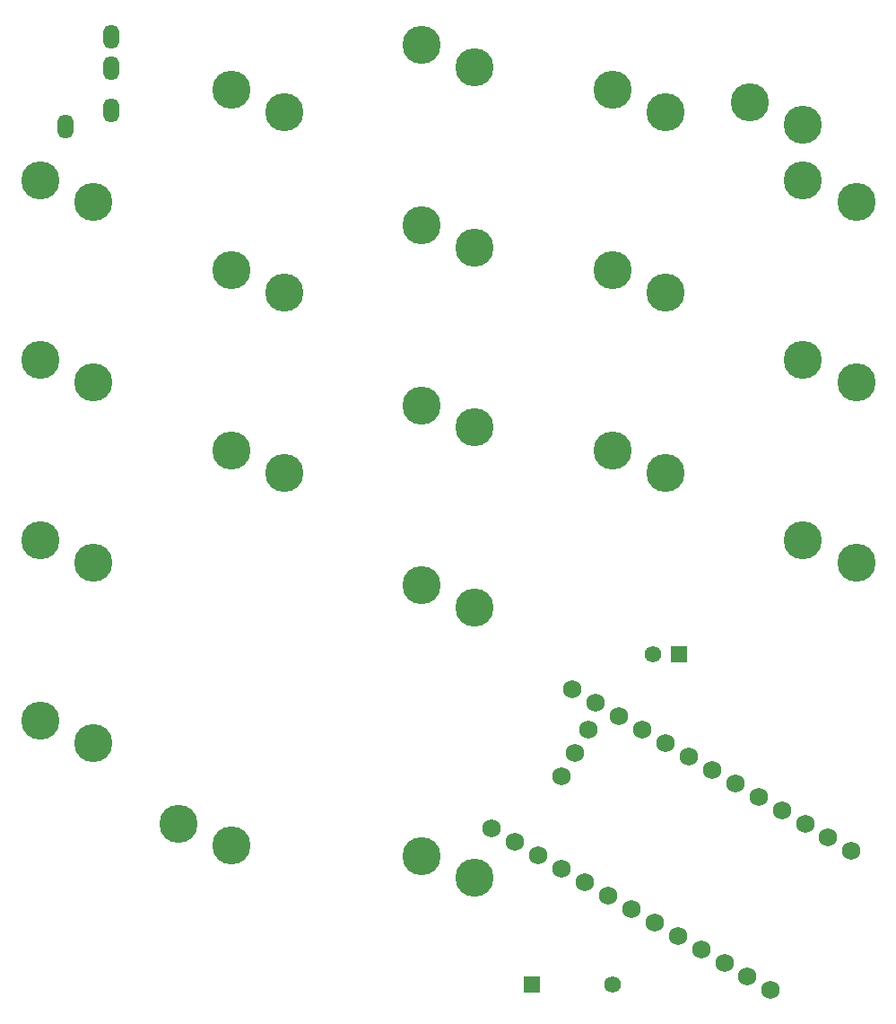
<source format=gbr>
%TF.GenerationSoftware,KiCad,Pcbnew,7.0.9-7.0.9~ubuntu22.04.1*%
%TF.CreationDate,2025-04-09T21:42:00+03:00*%
%TF.ProjectId,Keeb,4b656562-2e6b-4696-9361-645f70636258,rev?*%
%TF.SameCoordinates,Original*%
%TF.FileFunction,Copper,L1,Top*%
%TF.FilePolarity,Positive*%
%FSLAX46Y46*%
G04 Gerber Fmt 4.6, Leading zero omitted, Abs format (unit mm)*
G04 Created by KiCad (PCBNEW 7.0.9-7.0.9~ubuntu22.04.1) date 2025-04-09 21:42:00*
%MOMM*%
%LPD*%
G01*
G04 APERTURE LIST*
%TA.AperFunction,ComponentPad*%
%ADD10C,1.752600*%
%TD*%
%TA.AperFunction,ComponentPad*%
%ADD11C,3.600000*%
%TD*%
%TA.AperFunction,ComponentPad*%
%ADD12O,1.500000X2.300000*%
%TD*%
%TA.AperFunction,ComponentPad*%
%ADD13R,1.580000X1.580000*%
%TD*%
%TA.AperFunction,ComponentPad*%
%ADD14C,1.580000*%
%TD*%
%TA.AperFunction,ComponentPad*%
%ADD15R,1.575000X1.575000*%
%TD*%
%TA.AperFunction,ComponentPad*%
%ADD16C,1.575000*%
%TD*%
G04 APERTURE END LIST*
D10*
%TO.P,U3,1,TX0/P0.06*%
%TO.N,1*%
X188598375Y-112388830D03*
%TO.P,U3,2,RX1/P0.08*%
%TO.N,2*%
X186398670Y-111118830D03*
%TO.P,U3,3,GND*%
%TO.N,GND*%
X184198966Y-109848830D03*
%TO.P,U3,4,GND*%
X181999261Y-108578830D03*
%TO.P,U3,5,P0.17*%
%TO.N,3*%
X179799557Y-107308830D03*
%TO.P,U3,6,P0.20*%
%TO.N,4*%
X177599852Y-106038830D03*
%TO.P,U3,7,P0.22*%
%TO.N,5*%
X175400148Y-104768830D03*
%TO.P,U3,8,P0.24*%
%TO.N,6*%
X173200443Y-103498830D03*
%TO.P,U3,9,P1.00*%
%TO.N,7*%
X171000739Y-102228830D03*
%TO.P,U3,10,P0.11*%
%TO.N,8*%
X168801034Y-100958830D03*
%TO.P,U3,11,P1.04*%
%TO.N,9*%
X166601330Y-99688830D03*
%TO.P,U3,12,P1.06*%
%TO.N,10*%
X164401625Y-98418830D03*
%TO.P,U3,13,NFC1/P0.09*%
%TO.N,14*%
X156781625Y-111617058D03*
%TO.P,U3,14,NFC2/P0.10*%
%TO.N,15*%
X158981330Y-112887058D03*
%TO.P,U3,15,P1.11*%
%TO.N,16*%
X161181034Y-114157058D03*
%TO.P,U3,16,P1.13*%
%TO.N,17*%
X163380739Y-115427058D03*
%TO.P,U3,17,P1.15*%
%TO.N,18*%
X165580443Y-116697058D03*
%TO.P,U3,18,AIN0/P0.02*%
%TO.N,19*%
X167780148Y-117967058D03*
%TO.P,U3,19,AIN5/P0.29*%
%TO.N,20*%
X169979852Y-119237058D03*
%TO.P,U3,20,AIN7/P0.31*%
%TO.N,21*%
X172179557Y-120507058D03*
%TO.P,U3,21,VCC*%
%TO.N,3v3*%
X174379261Y-121777058D03*
%TO.P,U3,22,RST*%
%TO.N,RST*%
X176578966Y-123047058D03*
%TO.P,U3,23,GND*%
%TO.N,GND*%
X178778670Y-124317058D03*
%TO.P,U3,24,BATIN/P0.04*%
%TO.N,3v3*%
X180978375Y-125587058D03*
%TO.P,U3,25,B+*%
X183178079Y-126857058D03*
%TO.P,U3,26,B-*%
%TO.N,B-*%
X190798079Y-113658830D03*
%TO.P,U3,31,P1.01*%
%TO.N,11*%
X165991241Y-102269535D03*
%TO.P,U3,32,P1.02*%
%TO.N,12*%
X164721241Y-104469239D03*
%TO.P,U3,33,P1.07*%
%TO.N,13*%
X163451241Y-106668944D03*
%TD*%
D11*
%TO.P,SW3,1*%
%TO.N,3*%
X186225000Y-50417944D03*
%TO.P,SW3,2*%
%TO.N,GND*%
X191225000Y-52517944D03*
%TD*%
%TO.P,SW4,1*%
%TO.N,2*%
X186225000Y-67417944D03*
%TO.P,SW4,2*%
%TO.N,GND*%
X191225000Y-69517944D03*
%TD*%
%TO.P,SW5,1*%
%TO.N,1*%
X186225000Y-84417944D03*
%TO.P,SW5,2*%
%TO.N,GND*%
X191225000Y-86517944D03*
%TD*%
%TO.P,SW6,1*%
%TO.N,6*%
X168225000Y-41917944D03*
%TO.P,SW6,2*%
%TO.N,GND*%
X173225000Y-44017944D03*
%TD*%
%TO.P,SW7,1*%
%TO.N,5*%
X168225000Y-58917944D03*
%TO.P,SW7,2*%
%TO.N,GND*%
X173225000Y-61017944D03*
%TD*%
%TO.P,SW8,1*%
%TO.N,4*%
X168225000Y-75917944D03*
%TO.P,SW8,2*%
%TO.N,GND*%
X173225000Y-78017944D03*
%TD*%
%TO.P,SW9,1*%
%TO.N,9*%
X150225000Y-37667944D03*
%TO.P,SW9,2*%
%TO.N,GND*%
X155225000Y-39767944D03*
%TD*%
%TO.P,SW10,1*%
%TO.N,8*%
X150225000Y-54667944D03*
%TO.P,SW10,2*%
%TO.N,GND*%
X155225000Y-56767944D03*
%TD*%
%TO.P,SW11,1*%
%TO.N,7*%
X150225000Y-71667944D03*
%TO.P,SW11,2*%
%TO.N,GND*%
X155225000Y-73767944D03*
%TD*%
%TO.P,SW13,1*%
%TO.N,GND*%
X132225000Y-41917944D03*
%TO.P,SW13,2*%
%TO.N,12*%
X137225000Y-44017944D03*
%TD*%
%TO.P,SW14,1*%
%TO.N,GND*%
X132225000Y-58917944D03*
%TO.P,SW14,2*%
%TO.N,14*%
X137225000Y-61017944D03*
%TD*%
%TO.P,SW15,1*%
%TO.N,GND*%
X132225000Y-75917944D03*
%TO.P,SW15,2*%
%TO.N,15*%
X137225000Y-78017944D03*
%TD*%
%TO.P,SW16,1*%
%TO.N,20*%
X132225000Y-113217944D03*
%TO.P,SW16,2*%
%TO.N,GND*%
X127225000Y-111117944D03*
%TD*%
%TO.P,SW17,1*%
%TO.N,GND*%
X114225000Y-50417944D03*
%TO.P,SW17,2*%
%TO.N,17*%
X119225000Y-52517944D03*
%TD*%
%TO.P,SW18,1*%
%TO.N,GND*%
X114225000Y-67417944D03*
%TO.P,SW18,2*%
%TO.N,16*%
X119225000Y-69517944D03*
%TD*%
%TO.P,SW19,1*%
%TO.N,GND*%
X114225000Y-84417944D03*
%TO.P,SW19,2*%
%TO.N,18*%
X119225000Y-86517944D03*
%TD*%
%TO.P,SW20,1*%
%TO.N,GND*%
X114225000Y-101417944D03*
%TO.P,SW20,2*%
%TO.N,21*%
X119225000Y-103517944D03*
%TD*%
%TO.P,SW2,1*%
%TO.N,11*%
X186225000Y-45217944D03*
%TO.P,SW2,2*%
%TO.N,GND*%
X181225000Y-43117944D03*
%TD*%
%TO.P,SW1,1*%
%TO.N,GND*%
X150225000Y-114167944D03*
%TO.P,SW1,2*%
%TO.N,19*%
X155225000Y-116267944D03*
%TD*%
D12*
%TO.P,J3,1,A*%
%TO.N,3v3*%
X116575000Y-45367944D03*
%TO.P,J3,2,B*%
%TO.N,GND*%
X120875000Y-36867944D03*
%TO.P,J3,3,C*%
%TO.N,10*%
X120875000Y-39867944D03*
%TO.P,J3,4,D*%
%TO.N,unconnected-(J3-D-Pad4)*%
X120875000Y-43867944D03*
%TD*%
D11*
%TO.P,SW12,1*%
%TO.N,GND*%
X150225000Y-88667944D03*
%TO.P,SW12,2*%
%TO.N,13*%
X155225000Y-90767944D03*
%TD*%
D13*
%TO.P,S1,1A*%
%TO.N,B-*%
X160615000Y-126337944D03*
D14*
%TO.P,S1,1B*%
%TO.N,Net-(J2-Pad2)*%
X168235000Y-126337944D03*
%TD*%
D15*
%TO.P,J2,1,1*%
%TO.N,3v3*%
X174525000Y-95167944D03*
D16*
%TO.P,J2,2,2*%
%TO.N,Net-(J2-Pad2)*%
X172025000Y-95167944D03*
%TD*%
M02*

</source>
